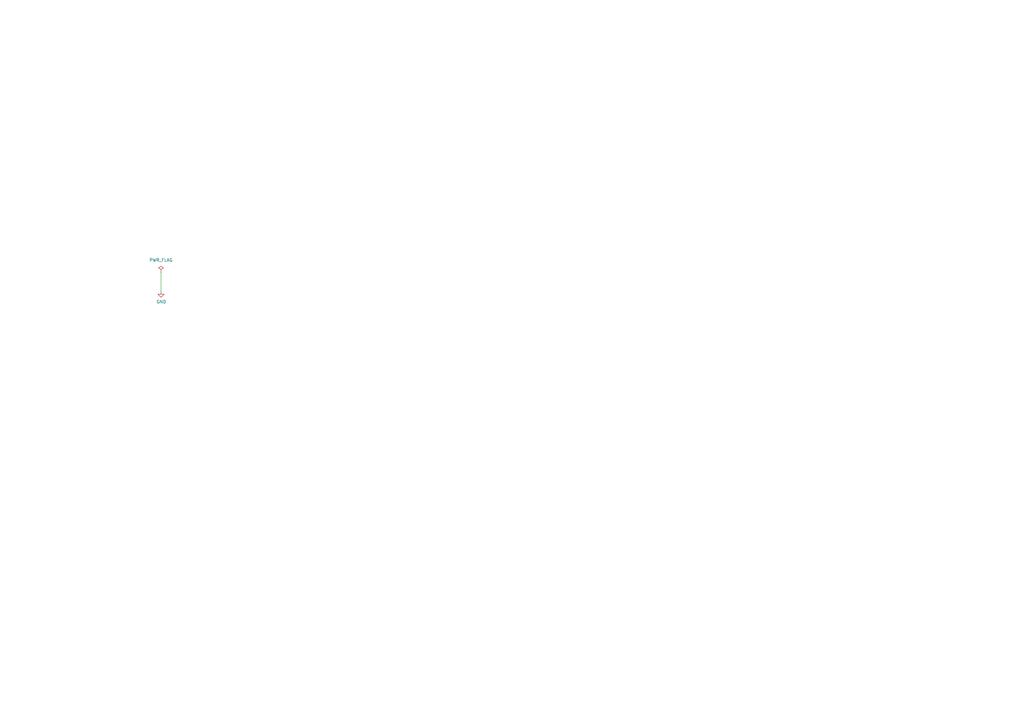
<source format=kicad_sch>
(kicad_sch (version 20231120) (generator "eeschema") (generator_version "8.0")
  (paper "A3")
  (lib_symbols
    (symbol "power:GND" (power) (pin_names (offset 0))
      (property "Value" "GND" (at 0 -3.81 0))
      (symbol "GND_0_1"
        (polyline (pts (xy 0 0) (xy 0 -1.27) (xy 1.27 -1.27) (xy 0 -2.54) (xy -1.27 -1.27) (xy 0 -1.27)))
      )
      (symbol "GND_1_1"
        (pin power_in line (at 0 0 270) (length 0) hide (name "GND") (number "1"))
      )
    )
    (symbol "power:PWR_FLAG" (power) (pin_numbers hide) (pin_names (offset 0) hide)
      (property "Value" "PWR_FLAG" (at 0 3.81 0))
      (symbol "PWR_FLAG_0_0"
        (pin power_out line (at 0 0 90) (length 0) (name "pwr") (number "1"))
      )
      (symbol "PWR_FLAG_0_1"
        (polyline (pts (xy 0 0) (xy 0 1.27) (xy -1.016 1.905) (xy 0 2.54) (xy 1.016 1.905) (xy 0 1.27)))
      )
    )
  )
  (wire (pts (xy 66.04 111.76) (xy 66.04 119.38)))
  (symbol (lib_id "power:GND") (at 66.04 119.38 0) (unit 1)
    (property "Reference" "#PWR0501" (effects (hide yes)))
    (property "Value" "GND" (at 66.167 123.7742 0))
  )
  (symbol (lib_id "power:PWR_FLAG") (at 66.04 111.76 0) (unit 1)
    (property "Reference" "#FLG0501" (effects (hide yes)))
    (property "Value" "PWR_FLAG" (at 66.04 106.68 0))
  )
)
</source>
